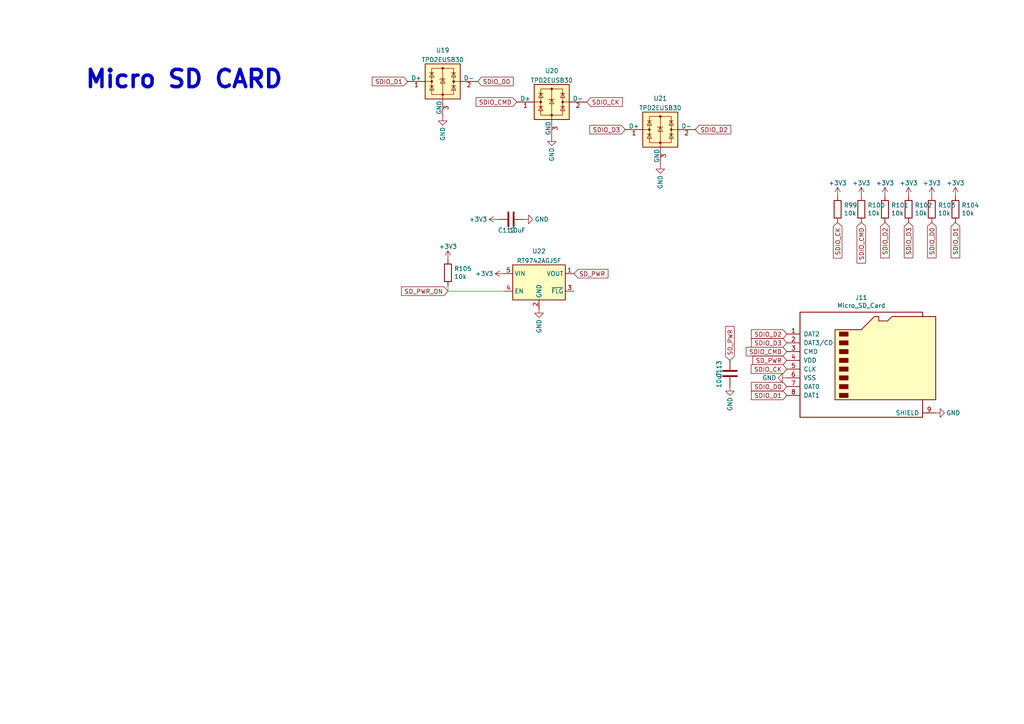
<source format=kicad_sch>
(kicad_sch (version 20211123) (generator eeschema)
  (paper "A4")
  (lib_symbols
    (symbol "Connector:Micro_SD_Card" (pin_names (offset 1.016))
      (property "Reference" "J" (at -16.51 15.24 0))
      (property "Value" "Micro_SD_Card" (at 16.51 15.24 0))
      (symbol "Micro_SD_Card_0_1"
        (rectangle (start -7.62 -9.525) (end -5.08 -10.795) (fill (type outline)))
        (rectangle (start -7.62 -6.985) (end -5.08 -8.255) (fill (type outline)))
        (rectangle (start -7.62 -4.445) (end -5.08 -5.715) (fill (type outline)))
        (rectangle (start -7.62 -1.905) (end -5.08 -3.175) (fill (type outline)))
        (rectangle (start -7.62 0.635) (end -5.08 -0.635) (fill (type outline)))
        (rectangle (start -7.62 3.175) (end -5.08 1.905) (fill (type outline)))
        (rectangle (start -7.62 5.715) (end -5.08 4.445) (fill (type outline)))
        (rectangle (start -7.62 8.255) (end -5.08 6.985) (fill (type outline)))
        (polyline (pts (xy 16.51 12.7) (xy 16.51 13.97) (xy -19.05 13.97) (xy -19.05 -16.51) (xy 16.51 -16.51) (xy 16.51 -11.43)) (stroke (width 0.254)))
        (polyline (pts (xy -8.89 -11.43) (xy -8.89 8.89) (xy -1.27 8.89) (xy 2.54 12.7) (xy 3.81 12.7) (xy 3.81 11.43) (xy 6.35 11.43) (xy 7.62 12.7) (xy 20.32 12.7) (xy 20.32 -11.43) (xy -8.89 -11.43)) (stroke (width 0.254)) (fill (type background)))
      )
      (symbol "Micro_SD_Card_1_1"
        (pin bidirectional line (at -22.86 7.62 0) (length 3.81) (name "DAT2") (number "1"))
        (pin bidirectional line (at -22.86 5.08 0) (length 3.81) (name "DAT3/CD") (number "2"))
        (pin input line (at -22.86 2.54 0) (length 3.81) (name "CMD") (number "3"))
        (pin power_in line (at -22.86 0 0) (length 3.81) (name "VDD") (number "4"))
        (pin input line (at -22.86 -2.54 0) (length 3.81) (name "CLK") (number "5"))
        (pin power_in line (at -22.86 -5.08 0) (length 3.81) (name "VSS") (number "6"))
        (pin bidirectional line (at -22.86 -7.62 0) (length 3.81) (name "DAT0") (number "7"))
        (pin bidirectional line (at -22.86 -10.16 0) (length 3.81) (name "DAT1") (number "8"))
        (pin passive line (at 20.32 -15.24 180) (length 3.81) (name "SHIELD") (number "9"))
      )
    )
    (symbol "Device:C" (pin_numbers hide) (pin_names (offset 0.254))
      (property "Reference" "C" (at 0.635 2.54 0))
      (property "Value" "C" (at 0.635 -2.54 0))
      (symbol "C_0_1"
        (polyline (pts (xy -2.032 -0.762) (xy 2.032 -0.762)) (stroke (width 0.508)))
        (polyline (pts (xy -2.032 0.762) (xy 2.032 0.762)) (stroke (width 0.508)))
      )
      (symbol "C_1_1"
        (pin passive line (at 0 3.81 270) (length 2.794) (name "~") (number "1"))
        (pin passive line (at 0 -3.81 90) (length 2.794) (name "~") (number "2"))
      )
    )
    (symbol "Device:R" (pin_numbers hide) (pin_names (offset 0))
      (property "Reference" "R" (at 2.032 0 90))
      (property "Value" "R" (at 0 0 90))
      (symbol "R_0_1"
        (rectangle (start -1.016 -2.54) (end 1.016 2.54) (stroke (width 0.254)))
      )
      (symbol "R_1_1"
        (pin passive line (at 0 3.81 270) (length 1.27) (name "~") (number "1"))
        (pin passive line (at 0 -3.81 90) (length 1.27) (name "~") (number "2"))
      )
    )
    (symbol "Power_Management:RT9742AGJ5F"
      (property "Reference" "U" (at 0 10.16 0))
      (property "Value" "RT9742AGJ5F" (at 0 7.62 0))
      (symbol "RT9742AGJ5F_0_1"
        (rectangle (start -7.62 5.08) (end 7.62 -5.08) (stroke (width 0.254)) (fill (type background)))
      )
      (symbol "RT9742AGJ5F_1_1"
        (pin power_out line (at 10.16 2.54 180) (length 2.54) (name "VOUT") (number "1"))
        (pin power_in line (at 0 -7.62 90) (length 2.54) (name "GND") (number "2"))
        (pin open_collector line (at 10.16 -2.54 180) (length 2.54) (name "~{FLG}") (number "3"))
        (pin input line (at -10.16 -2.54 0) (length 2.54) (name "EN") (number "4"))
        (pin power_in line (at -10.16 2.54 0) (length 2.54) (name "VIN") (number "5"))
      )
    )
    (symbol "Power_Protection:TPD2EUSB30" (pin_names (offset 0))
      (property "Reference" "U" (at 0 6.35 0))
      (property "Value" "TPD2EUSB30" (at 7.62 -7.62 0))
      (symbol "TPD2EUSB30_0_1"
        (rectangle (start -5.08 5.08) (end 5.08 -5.08) (stroke (width 0.254)) (fill (type background)))
        (circle (center -3.175 0) (radius 0.2794) (fill (type outline)))
        (rectangle (start -3.175 3.81) (end 3.175 -3.81))
        (circle (center 0 -3.81) (radius 0.2794) (fill (type outline)))
        (polyline (pts (xy -5.08 0) (xy -3.175 0)))
        (polyline (pts (xy -3.81 -1.27) (xy -2.54 -1.27)))
        (polyline (pts (xy -3.81 2.54) (xy -2.54 2.54)))
        (polyline (pts (xy 0 3.81) (xy 0 -5.08)))
        (polyline (pts (xy 2.54 -1.27) (xy 3.81 -1.27)))
        (polyline (pts (xy 2.54 2.54) (xy 3.81 2.54)))
        (polyline (pts (xy 5.08 0) (xy 3.175 0)))
        (polyline (pts (xy 0.762 0.762) (xy -0.762 0.762) (xy -0.762 0.508)))
        (polyline (pts (xy -2.54 -2.54) (xy -3.81 -2.54) (xy -3.175 -1.27) (xy -2.54 -2.54)))
        (polyline (pts (xy -2.54 1.27) (xy -3.81 1.27) (xy -3.175 2.54) (xy -2.54 1.27)))
        (polyline (pts (xy 0.635 -0.508) (xy -0.635 -0.508) (xy 0 0.762) (xy 0.635 -0.508)))
        (polyline (pts (xy 3.81 -2.54) (xy 2.54 -2.54) (xy 3.175 -1.27) (xy 3.81 -2.54)))
        (polyline (pts (xy 3.81 1.27) (xy 2.54 1.27) (xy 3.175 2.54) (xy 3.81 1.27)))
        (circle (center 0 3.81) (radius 0.2794) (fill (type outline)))
        (circle (center 3.175 0) (radius 0.2794) (fill (type outline)))
      )
      (symbol "TPD2EUSB30_1_1"
        (pin passive line (at -10.16 0 0) (length 5.08) (name "D+") (number "1"))
        (pin passive line (at 10.16 0 180) (length 5.08) (name "D-") (number "2"))
        (pin passive line (at 0 -10.16 90) (length 5.08) (name "GND") (number "3"))
      )
    )
    (symbol "power:+3.3V" (power) (pin_names (offset 0))
      (property "Value" "+3.3V" (at 0 3.556 0))
      (symbol "+3.3V_0_1"
        (polyline (pts (xy -0.762 1.27) (xy 0 2.54)))
        (polyline (pts (xy 0 0) (xy 0 2.54)))
        (polyline (pts (xy 0 2.54) (xy 0.762 1.27)))
      )
      (symbol "+3.3V_1_1"
        (pin power_in line (at 0 0 90) (length 0) hide (name "+3V3") (number "1"))
      )
    )
    (symbol "power:GND" (power) (pin_names (offset 0))
      (property "Value" "GND" (at 0 -3.81 0))
      (symbol "GND_0_1"
        (polyline (pts (xy 0 0) (xy 0 -1.27) (xy 1.27 -1.27) (xy 0 -2.54) (xy -1.27 -1.27) (xy 0 -1.27)))
      )
      (symbol "GND_1_1"
        (pin power_in line (at 0 0 270) (length 0) hide (name "GND") (number "1"))
      )
    )
  )
  (wire (pts (xy 146.177 84.455) (xy 129.921 84.455)))
  (wire (pts (xy 129.921 84.455) (xy 129.921 82.931)))
  (text "Micro SD CARD" (at 24.384 26.035 0) (effects (font (size 5.0038 5.0038) (thickness 1.0008) bold) (justify left bottom)))
  (global_label "SD_PWR" (shape input) (at 166.497 79.375 0) (property "Intersheet References" "${INTERSHEET_REFS}" (effects hide)))
  (global_label "SD_PWR_ON" (shape input) (at 129.921 84.455 180) (property "Intersheet References" "${INTERSHEET_REFS}" (effects hide)))
  (global_label "SDIO_CMD" (shape input) (at 249.809 64.516 270) (property "Intersheet References" "${INTERSHEET_REFS}" (effects hide)))
  (global_label "SDIO_D3" (shape input) (at 263.525 64.516 270) (property "Intersheet References" "${INTERSHEET_REFS}" (effects hide)))
  (global_label "SDIO_D3" (shape input) (at 181.356 37.592 180) (property "Intersheet References" "${INTERSHEET_REFS}" (effects hide)))
  (global_label "SDIO_D2" (shape input) (at 256.667 64.516 270) (property "Intersheet References" "${INTERSHEET_REFS}" (effects hide)))
  (global_label "SD_PWR" (shape input) (at 228.219 104.521 180) (property "Intersheet References" "${INTERSHEET_REFS}" (effects hide)))
  (global_label "SDIO_CK" (shape input) (at 242.951 64.516 270) (property "Intersheet References" "${INTERSHEET_REFS}" (effects hide)))
  (global_label "SDIO_CK" (shape input) (at 228.219 107.061 180) (property "Intersheet References" "${INTERSHEET_REFS}" (effects hide)))
  (global_label "SDIO_CK" (shape input) (at 170.18 29.591 0) (property "Intersheet References" "${INTERSHEET_REFS}" (effects hide)))
  (global_label "SDIO_CMD" (shape input) (at 149.86 29.591 180) (property "Intersheet References" "${INTERSHEET_REFS}" (effects hide)))
  (global_label "SDIO_CMD" (shape input) (at 228.219 101.981 180) (property "Intersheet References" "${INTERSHEET_REFS}" (effects hide)))
  (global_label "SDIO_D2" (shape input) (at 228.219 96.901 180) (property "Intersheet References" "${INTERSHEET_REFS}" (effects hide)))
  (global_label "SD_PWR" (shape input) (at 211.709 104.521 90) (property "Intersheet References" "${INTERSHEET_REFS}" (effects hide)))
  (global_label "SDIO_D2" (shape input) (at 201.676 37.592 0) (property "Intersheet References" "${INTERSHEET_REFS}" (effects hide)))
  (global_label "SDIO_D1" (shape input) (at 118.237 23.622 180) (property "Intersheet References" "${INTERSHEET_REFS}" (effects hide)))
  (global_label "SDIO_D1" (shape input) (at 277.114 64.516 270) (property "Intersheet References" "${INTERSHEET_REFS}" (effects hide)))
  (global_label "SDIO_D3" (shape input) (at 228.219 99.441 180) (property "Intersheet References" "${INTERSHEET_REFS}" (effects hide)))
  (global_label "SDIO_D1" (shape input) (at 228.219 114.681 180) (property "Intersheet References" "${INTERSHEET_REFS}" (effects hide)))
  (global_label "SDIO_D0" (shape input) (at 138.557 23.622 0) (property "Intersheet References" "${INTERSHEET_REFS}" (effects hide)))
  (global_label "SDIO_D0" (shape input) (at 270.256 64.516 270) (property "Intersheet References" "${INTERSHEET_REFS}" (effects hide)))
  (global_label "SDIO_D0" (shape input) (at 228.219 112.141 180) (property "Intersheet References" "${INTERSHEET_REFS}" (effects hide)))
  (symbol (lib_id "Connector:Micro_SD_Card") (at 251.079 104.521 0) (unit 1)
    (property "Reference" "J11" (at 249.809 86.3092 0))
    (property "Value" "Micro_SD_Card" (at 249.809 88.6206 0))
    (property "Footprint" "Footprint:SD_Card_Holder_1" (effects hide))
    (property "Datasheet" "http://katalog.we-online.de/em/datasheet/693072010801.pdf" (effects hide))
  )
  (symbol (lib_id "Device:C") (at 211.709 108.331 180) (unit 1)
    (property "Reference" "C113" (at 208.534 104.521 90) (effects (justify left)))
    (property "Value" "10uF" (at 208.534 107.696 90) (effects (justify left)))
    (property "Footprint" "Capacitor_SMD:C_0805_2012Metric" (effects hide))
  )
  (symbol (lib_id "Power_Protection:TPD2EUSB30") (at 128.397 23.622 0) (unit 1)
    (property "Reference" "U19" (at 128.397 14.5755 0))
    (property "Value" "TPD2EUSB30" (at 128.397 17.3506 0))
    (property "Footprint" "Package_TO_SOT_SMD:Texas_DRT-3" (effects hide))
    (property "Datasheet" "http://www.ti.com/lit/ds/symlink/tpd2eusb30a.pdf" (effects hide))
  )
  (symbol (lib_id "Device:R") (at 129.921 79.121 0) (unit 1)
    (property "Reference" "R105" (at 131.699 77.9526 0) (effects (justify left)))
    (property "Value" "10k" (at 131.699 80.264 0) (effects (justify left)))
    (property "Footprint" "Resistor_SMD:R_0603_1608Metric" (effects hide))
  )
  (symbol (lib_id "power:GND") (at 271.399 119.761 90) (unit 1)
    (property "Reference" "#PWR0335" (effects hide))
    (property "Value" "GND" (at 276.479 119.761 90))
  )
  (symbol (lib_id "Device:C") (at 148.209 63.627 270) (unit 1)
    (property "Reference" "C112" (at 144.399 66.802 90) (effects (justify left)))
    (property "Value" "10uF" (at 147.574 66.802 90) (effects (justify left)))
    (property "Footprint" "Capacitor_SMD:C_0805_2012Metric" (effects hide))
  )
  (symbol (lib_id "Device:R") (at 270.256 60.706 0) (unit 1)
    (property "Reference" "R103" (at 272.034 59.5376 0) (effects (justify left)))
    (property "Value" "10k" (at 272.034 61.849 0) (effects (justify left)))
    (property "Footprint" "Resistor_SMD:R_0603_1608Metric" (effects hide))
  )
  (symbol (lib_id "power:+3.3V") (at 144.399 63.627 90) (unit 1)
    (property "Reference" "#PWR0328" (effects hide))
    (property "Value" "+3.3V" (at 138.684 63.627 90))
  )
  (symbol (lib_id "power:+3.3V") (at 256.667 56.896 0) (unit 1)
    (property "Reference" "#PWR0324" (effects hide))
    (property "Value" "+3.3V" (at 256.667 53.086 0))
  )
  (symbol (lib_id "power:GND") (at 152.019 63.627 90) (unit 1)
    (property "Reference" "#PWR0329" (effects hide))
    (property "Value" "GND" (at 157.099 63.627 90))
  )
  (symbol (lib_id "Device:R") (at 256.667 60.706 0) (unit 1)
    (property "Reference" "R101" (at 258.445 59.5376 0) (effects (justify left)))
    (property "Value" "10k" (at 258.445 61.849 0) (effects (justify left)))
    (property "Footprint" "Resistor_SMD:R_0603_1608Metric" (effects hide))
  )
  (symbol (lib_id "power:+3.3V") (at 270.256 56.896 0) (unit 1)
    (property "Reference" "#PWR0326" (effects hide))
    (property "Value" "+3.3V" (at 270.256 53.086 0))
  )
  (symbol (lib_id "power:+3.3V") (at 249.809 56.896 0) (unit 1)
    (property "Reference" "#PWR0323" (effects hide))
    (property "Value" "+3.3V" (at 249.809 53.086 0))
  )
  (symbol (lib_id "power:GND") (at 156.337 89.535 0) (unit 1)
    (property "Reference" "#PWR0332" (effects hide))
    (property "Value" "GND" (at 156.337 94.615 90))
  )
  (symbol (lib_id "Device:R") (at 242.951 60.706 0) (unit 1)
    (property "Reference" "R99" (at 244.729 59.5376 0) (effects (justify left)))
    (property "Value" "10k" (at 244.729 61.849 0) (effects (justify left)))
    (property "Footprint" "Resistor_SMD:R_0603_1608Metric" (effects hide))
  )
  (symbol (lib_id "Device:R") (at 249.809 60.706 0) (unit 1)
    (property "Reference" "R100" (at 251.587 59.5376 0) (effects (justify left)))
    (property "Value" "10k" (at 251.587 61.849 0) (effects (justify left)))
    (property "Footprint" "Resistor_SMD:R_0603_1608Metric" (effects hide))
  )
  (symbol (lib_id "power:GND") (at 228.219 109.601 270) (unit 1)
    (property "Reference" "#PWR0333" (effects hide))
    (property "Value" "GND" (at 223.139 109.601 90))
  )
  (symbol (lib_id "power:GND") (at 191.516 47.752 0) (unit 1)
    (property "Reference" "#PWR0321" (effects hide))
    (property "Value" "GND" (at 191.516 52.832 90))
  )
  (symbol (lib_id "Device:R") (at 263.525 60.706 0) (unit 1)
    (property "Reference" "R102" (at 265.303 59.5376 0) (effects (justify left)))
    (property "Value" "10k" (at 265.303 61.849 0) (effects (justify left)))
    (property "Footprint" "Resistor_SMD:R_0603_1608Metric" (effects hide))
  )
  (symbol (lib_id "power:+3.3V") (at 146.177 79.375 90) (unit 1)
    (property "Reference" "#PWR0331" (effects hide))
    (property "Value" "+3.3V" (at 140.462 79.375 90))
  )
  (symbol (lib_id "power:GND") (at 128.397 33.782 0) (unit 1)
    (property "Reference" "#PWR0319" (effects hide))
    (property "Value" "GND" (at 128.397 38.862 90))
  )
  (symbol (lib_id "Power_Protection:TPD2EUSB30") (at 160.02 29.591 0) (unit 1)
    (property "Reference" "U20" (at 160.02 20.5445 0))
    (property "Value" "TPD2EUSB30" (at 160.02 23.3196 0))
    (property "Footprint" "Package_TO_SOT_SMD:Texas_DRT-3" (effects hide))
    (property "Datasheet" "http://www.ti.com/lit/ds/symlink/tpd2eusb30a.pdf" (effects hide))
  )
  (symbol (lib_id "power:+3.3V") (at 129.921 75.311 0) (unit 1)
    (property "Reference" "#PWR0330" (effects hide))
    (property "Value" "+3.3V" (at 129.921 71.501 0))
  )
  (symbol (lib_id "power:+3.3V") (at 242.951 56.896 0) (unit 1)
    (property "Reference" "#PWR0322" (effects hide))
    (property "Value" "+3.3V" (at 242.951 53.086 0))
  )
  (symbol (lib_id "Power_Protection:TPD2EUSB30") (at 191.516 37.592 0) (unit 1)
    (property "Reference" "U21" (at 191.516 28.5455 0))
    (property "Value" "TPD2EUSB30" (at 191.516 31.3206 0))
    (property "Footprint" "Package_TO_SOT_SMD:Texas_DRT-3" (effects hide))
    (property "Datasheet" "http://www.ti.com/lit/ds/symlink/tpd2eusb30a.pdf" (effects hide))
  )
  (symbol (lib_id "power:GND") (at 160.02 39.751 0) (unit 1)
    (property "Reference" "#PWR0320" (effects hide))
    (property "Value" "GND" (at 160.02 44.831 90))
  )
  (symbol (lib_id "power:GND") (at 211.709 112.141 0) (unit 1)
    (property "Reference" "#PWR0334" (effects hide))
    (property "Value" "GND" (at 211.709 117.221 90))
  )
  (symbol (lib_id "power:+3.3V") (at 277.114 56.896 0) (unit 1)
    (property "Reference" "#PWR0327" (effects hide))
    (property "Value" "+3.3V" (at 277.114 53.086 0))
  )
  (symbol (lib_id "Device:R") (at 277.114 60.706 0) (unit 1)
    (property "Reference" "R104" (at 278.892 59.5376 0) (effects (justify left)))
    (property "Value" "10k" (at 278.892 61.849 0) (effects (justify left)))
    (property "Footprint" "Resistor_SMD:R_0603_1608Metric" (effects hide))
  )
  (symbol (lib_id "power:+3.3V") (at 263.525 56.896 0) (unit 1)
    (property "Reference" "#PWR0325" (effects hide))
    (property "Value" "+3.3V" (at 263.525 53.086 0))
  )
  (symbol (lib_id "Power_Management:RT9742AGJ5F") (at 156.337 81.915 0) (unit 1)
    (property "Reference" "U22" (at 156.337 72.8685 0))
    (property "Value" "RT9742AGJ5F" (at 156.337 75.6436 0))
    (property "Footprint" "Package_TO_SOT_SMD:TSOT-23-5" (effects hide))
    (property "Datasheet" "https://www.richtek.com/assets/product_file/RT9742/DS9742-10.pdf" (effects hide))
  )
)
</source>
